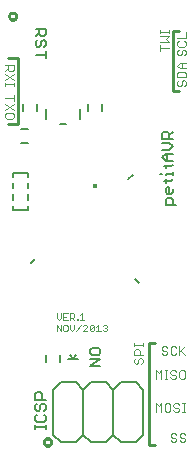
<source format=gto>
G75*
%MOIN*%
%OFA0B0*%
%FSLAX24Y24*%
%IPPOS*%
%LPD*%
%AMOC8*
5,1,8,0,0,1.08239X$1,22.5*
%
%ADD10C,0.0050*%
%ADD11C,0.0100*%
%ADD12C,0.0040*%
%ADD13C,0.0020*%
%ADD14C,0.0080*%
%ADD15C,0.0060*%
%ADD16C,0.0144*%
D10*
X003046Y001500D02*
X003046Y001617D01*
X003046Y001558D02*
X003396Y001558D01*
X003396Y001500D02*
X003396Y001617D01*
X003338Y001746D02*
X003396Y001804D01*
X003396Y001921D01*
X003338Y001979D01*
X003338Y002114D02*
X003396Y002172D01*
X003396Y002289D01*
X003338Y002347D01*
X003279Y002347D01*
X003221Y002289D01*
X003221Y002172D01*
X003163Y002114D01*
X003104Y002114D01*
X003046Y002172D01*
X003046Y002289D01*
X003104Y002347D01*
X003046Y002482D02*
X003046Y002657D01*
X003104Y002716D01*
X003221Y002716D01*
X003279Y002657D01*
X003279Y002482D01*
X003396Y002482D02*
X003046Y002482D01*
X003104Y001979D02*
X003046Y001921D01*
X003046Y001804D01*
X003104Y001746D01*
X003338Y001746D01*
X004878Y003594D02*
X005228Y003594D01*
X005228Y003828D02*
X004878Y003594D01*
X004878Y003828D02*
X005228Y003828D01*
X005170Y003962D02*
X005228Y004021D01*
X005228Y004138D01*
X005170Y004196D01*
X004937Y004196D01*
X004878Y004138D01*
X004878Y004021D01*
X004937Y003962D01*
X005170Y003962D01*
X002823Y008785D02*
X002311Y008785D01*
X002311Y008942D01*
X002311Y009139D02*
X002311Y009316D01*
X002311Y009517D02*
X002311Y009694D01*
X002311Y009887D02*
X002311Y010045D01*
X002823Y010045D01*
X002823Y009887D01*
X002823Y009694D02*
X002823Y009517D01*
X002823Y009316D02*
X002823Y009139D01*
X002823Y008942D02*
X002823Y008785D01*
X007227Y010009D02*
X007286Y010009D01*
X007402Y010009D02*
X007636Y010009D01*
X007636Y010067D02*
X007636Y009950D01*
X007636Y009822D02*
X007577Y009763D01*
X007344Y009763D01*
X007402Y009705D02*
X007402Y009822D01*
X007402Y009950D02*
X007402Y010009D01*
X007402Y010196D02*
X007402Y010313D01*
X007344Y010254D02*
X007577Y010254D01*
X007636Y010313D01*
X007636Y010441D02*
X007402Y010441D01*
X007286Y010558D01*
X007402Y010675D01*
X007636Y010675D01*
X007461Y010675D02*
X007461Y010441D01*
X007519Y010810D02*
X007286Y010810D01*
X007519Y010810D02*
X007636Y010926D01*
X007519Y011043D01*
X007286Y011043D01*
X007286Y011178D02*
X007286Y011353D01*
X007344Y011412D01*
X007461Y011412D01*
X007519Y011353D01*
X007519Y011178D01*
X007519Y011295D02*
X007636Y011412D01*
X007636Y011178D02*
X007286Y011178D01*
X007461Y009570D02*
X007402Y009512D01*
X007402Y009395D01*
X007461Y009336D01*
X007577Y009336D01*
X007636Y009395D01*
X007636Y009512D01*
X007519Y009570D02*
X007519Y009336D01*
X007461Y009202D02*
X007402Y009143D01*
X007402Y008968D01*
X007753Y008968D01*
X007636Y008968D02*
X007636Y009143D01*
X007577Y009202D01*
X007461Y009202D01*
X007461Y009570D02*
X007519Y009570D01*
X003417Y013860D02*
X003417Y014093D01*
X003417Y013977D02*
X003067Y013977D01*
X003125Y014228D02*
X003067Y014286D01*
X003067Y014403D01*
X003125Y014462D01*
X003242Y014403D02*
X003242Y014286D01*
X003184Y014228D01*
X003125Y014228D01*
X003242Y014403D02*
X003300Y014462D01*
X003359Y014462D01*
X003417Y014403D01*
X003417Y014286D01*
X003359Y014228D01*
X003359Y014596D02*
X003242Y014596D01*
X003184Y014655D01*
X003184Y014830D01*
X003184Y014713D02*
X003067Y014596D01*
X003067Y014830D02*
X003417Y014830D01*
X003417Y014655D01*
X003359Y014596D01*
D11*
X002480Y013850D02*
X002480Y011650D01*
X002150Y011650D01*
X002150Y013850D02*
X002480Y013850D01*
X002180Y015260D02*
X002182Y015281D01*
X002188Y015302D01*
X002197Y015322D01*
X002210Y015339D01*
X002225Y015354D01*
X002243Y015366D01*
X002263Y015374D01*
X002284Y015379D01*
X002305Y015380D01*
X002327Y015377D01*
X002347Y015370D01*
X002366Y015360D01*
X002383Y015347D01*
X002397Y015331D01*
X002408Y015312D01*
X002416Y015292D01*
X002420Y015271D01*
X002420Y015249D01*
X002416Y015228D01*
X002408Y015208D01*
X002397Y015189D01*
X002383Y015173D01*
X002366Y015160D01*
X002347Y015150D01*
X002327Y015143D01*
X002305Y015140D01*
X002284Y015141D01*
X002263Y015146D01*
X002243Y015154D01*
X002225Y015166D01*
X002210Y015181D01*
X002197Y015198D01*
X002188Y015218D01*
X002182Y015239D01*
X002180Y015260D01*
X007650Y014750D02*
X007650Y012750D01*
X007850Y012750D01*
X007850Y014750D02*
X007650Y014750D01*
X007050Y004350D02*
X006850Y004350D01*
X006850Y000950D01*
X007050Y000950D01*
X003341Y001066D02*
X003343Y001087D01*
X003349Y001108D01*
X003358Y001128D01*
X003371Y001145D01*
X003386Y001160D01*
X003404Y001172D01*
X003424Y001180D01*
X003445Y001185D01*
X003466Y001186D01*
X003488Y001183D01*
X003508Y001176D01*
X003527Y001166D01*
X003544Y001153D01*
X003558Y001137D01*
X003569Y001118D01*
X003577Y001098D01*
X003581Y001077D01*
X003581Y001055D01*
X003577Y001034D01*
X003569Y001014D01*
X003558Y000995D01*
X003544Y000979D01*
X003527Y000966D01*
X003508Y000956D01*
X003488Y000949D01*
X003466Y000946D01*
X003445Y000947D01*
X003424Y000952D01*
X003404Y000960D01*
X003386Y000972D01*
X003371Y000987D01*
X003358Y001004D01*
X003349Y001024D01*
X003343Y001045D01*
X003341Y001066D01*
D12*
X006350Y003717D02*
X006396Y003670D01*
X006443Y003670D01*
X006490Y003717D01*
X006490Y003810D01*
X006537Y003857D01*
X006583Y003857D01*
X006630Y003810D01*
X006630Y003717D01*
X006583Y003670D01*
X006350Y003717D02*
X006350Y003810D01*
X006396Y003857D01*
X006350Y003965D02*
X006350Y004105D01*
X006396Y004151D01*
X006490Y004151D01*
X006537Y004105D01*
X006537Y003965D01*
X006630Y003965D02*
X006350Y003965D01*
X006350Y004259D02*
X006350Y004353D01*
X006350Y004306D02*
X006630Y004306D01*
X006630Y004259D02*
X006630Y004353D01*
X007270Y004204D02*
X007270Y004157D01*
X007317Y004110D01*
X007410Y004110D01*
X007457Y004063D01*
X007457Y004017D01*
X007410Y003970D01*
X007317Y003970D01*
X007270Y004017D01*
X007270Y004204D02*
X007317Y004250D01*
X007410Y004250D01*
X007457Y004204D01*
X007565Y004204D02*
X007565Y004017D01*
X007611Y003970D01*
X007705Y003970D01*
X007751Y004017D01*
X007859Y004063D02*
X008046Y004250D01*
X007859Y004250D02*
X007859Y003970D01*
X007906Y004110D02*
X008046Y003970D01*
X007751Y004204D02*
X007705Y004250D01*
X007611Y004250D01*
X007565Y004204D01*
X007608Y003450D02*
X007561Y003404D01*
X007561Y003357D01*
X007608Y003310D01*
X007701Y003310D01*
X007748Y003263D01*
X007748Y003217D01*
X007701Y003170D01*
X007608Y003170D01*
X007561Y003217D01*
X007458Y003170D02*
X007365Y003170D01*
X007411Y003170D02*
X007411Y003450D01*
X007365Y003450D02*
X007458Y003450D01*
X007608Y003450D02*
X007701Y003450D01*
X007748Y003404D01*
X007856Y003404D02*
X007856Y003217D01*
X007902Y003170D01*
X007996Y003170D01*
X008043Y003217D01*
X008043Y003404D01*
X007996Y003450D01*
X007902Y003450D01*
X007856Y003404D01*
X007257Y003450D02*
X007257Y003170D01*
X007070Y003170D02*
X007070Y003450D01*
X007163Y003357D01*
X007257Y003450D01*
X007257Y002350D02*
X007257Y002070D01*
X007365Y002117D02*
X007411Y002070D01*
X007505Y002070D01*
X007551Y002117D01*
X007551Y002304D01*
X007505Y002350D01*
X007411Y002350D01*
X007365Y002304D01*
X007365Y002117D01*
X007163Y002257D02*
X007257Y002350D01*
X007163Y002257D02*
X007070Y002350D01*
X007070Y002070D01*
X007659Y002117D02*
X007706Y002070D01*
X007799Y002070D01*
X007846Y002117D01*
X007846Y002163D01*
X007799Y002210D01*
X007706Y002210D01*
X007659Y002257D01*
X007659Y002304D01*
X007706Y002350D01*
X007799Y002350D01*
X007846Y002304D01*
X007954Y002350D02*
X008047Y002350D01*
X008001Y002350D02*
X008001Y002070D01*
X008047Y002070D02*
X007954Y002070D01*
X007911Y001350D02*
X007865Y001304D01*
X007865Y001257D01*
X007911Y001210D01*
X008005Y001210D01*
X008051Y001163D01*
X008051Y001117D01*
X008005Y001070D01*
X007911Y001070D01*
X007865Y001117D01*
X007757Y001117D02*
X007757Y001163D01*
X007710Y001210D01*
X007617Y001210D01*
X007570Y001257D01*
X007570Y001304D01*
X007617Y001350D01*
X007710Y001350D01*
X007757Y001304D01*
X007911Y001350D02*
X008005Y001350D01*
X008051Y001304D01*
X007757Y001117D02*
X007710Y001070D01*
X007617Y001070D01*
X007570Y001117D01*
X002284Y011844D02*
X002097Y011844D01*
X002050Y011891D01*
X002050Y011984D01*
X002097Y012031D01*
X002284Y012031D01*
X002330Y011984D01*
X002330Y011891D01*
X002284Y011844D01*
X002330Y012139D02*
X002050Y012325D01*
X002050Y012527D02*
X002330Y012527D01*
X002330Y012620D02*
X002330Y012433D01*
X002330Y012325D02*
X002050Y012139D01*
X002050Y012937D02*
X002050Y013031D01*
X002050Y012984D02*
X002330Y012984D01*
X002330Y013031D02*
X002330Y012937D01*
X002330Y013139D02*
X002050Y013325D01*
X002050Y013433D02*
X002143Y013527D01*
X002143Y013480D02*
X002143Y013620D01*
X002050Y013620D02*
X002330Y013620D01*
X002330Y013480D01*
X002284Y013433D01*
X002190Y013433D01*
X002143Y013480D01*
X002330Y013325D02*
X002050Y013139D01*
X007220Y014104D02*
X007220Y014291D01*
X007220Y014198D02*
X007500Y014198D01*
X007500Y014399D02*
X007407Y014492D01*
X007500Y014586D01*
X007220Y014586D01*
X007220Y014694D02*
X007220Y014787D01*
X007220Y014740D02*
X007500Y014740D01*
X007500Y014694D02*
X007500Y014787D01*
X007790Y014539D02*
X008070Y014539D01*
X008070Y014726D01*
X008023Y014431D02*
X008070Y014385D01*
X008070Y014291D01*
X008023Y014245D01*
X007836Y014245D01*
X007790Y014291D01*
X007790Y014385D01*
X007836Y014431D01*
X007836Y014137D02*
X007790Y014090D01*
X007790Y013997D01*
X007836Y013950D01*
X007883Y013950D01*
X007930Y013997D01*
X007930Y014090D01*
X007977Y014137D01*
X008023Y014137D01*
X008070Y014090D01*
X008070Y013997D01*
X008023Y013950D01*
X008070Y013706D02*
X007883Y013706D01*
X007790Y013613D01*
X007883Y013519D01*
X008070Y013519D01*
X008023Y013411D02*
X007836Y013411D01*
X007790Y013365D01*
X007790Y013225D01*
X008070Y013225D01*
X008070Y013365D01*
X008023Y013411D01*
X007930Y013519D02*
X007930Y013706D01*
X007977Y013117D02*
X008023Y013117D01*
X008070Y013070D01*
X008070Y012977D01*
X008023Y012930D01*
X007930Y012977D02*
X007930Y013070D01*
X007977Y013117D01*
X007836Y013117D02*
X007790Y013070D01*
X007790Y012977D01*
X007836Y012930D01*
X007883Y012930D01*
X007930Y012977D01*
X007500Y014399D02*
X007220Y014399D01*
D13*
X004617Y005359D02*
X004544Y005286D01*
X004617Y005359D02*
X004617Y005139D01*
X004544Y005139D02*
X004691Y005139D01*
X004682Y004971D02*
X004646Y004934D01*
X004682Y004971D02*
X004756Y004971D01*
X004793Y004934D01*
X004793Y004898D01*
X004646Y004751D01*
X004793Y004751D01*
X004867Y004788D02*
X004867Y004934D01*
X004903Y004971D01*
X004977Y004971D01*
X005014Y004934D01*
X004867Y004788D01*
X004903Y004751D01*
X004977Y004751D01*
X005014Y004788D01*
X005014Y004934D01*
X005088Y004898D02*
X005161Y004971D01*
X005161Y004751D01*
X005088Y004751D02*
X005234Y004751D01*
X005309Y004788D02*
X005345Y004751D01*
X005419Y004751D01*
X005455Y004788D01*
X005455Y004824D01*
X005419Y004861D01*
X005382Y004861D01*
X005419Y004861D02*
X005455Y004898D01*
X005455Y004934D01*
X005419Y004971D01*
X005345Y004971D01*
X005309Y004934D01*
X004572Y004971D02*
X004425Y004751D01*
X004351Y004824D02*
X004351Y004971D01*
X004351Y004824D02*
X004277Y004751D01*
X004204Y004824D01*
X004204Y004971D01*
X004130Y004934D02*
X004093Y004971D01*
X004019Y004971D01*
X003983Y004934D01*
X003983Y004788D01*
X004019Y004751D01*
X004093Y004751D01*
X004130Y004788D01*
X004130Y004934D01*
X003909Y004971D02*
X003909Y004751D01*
X003762Y004971D01*
X003762Y004751D01*
X003844Y005139D02*
X003917Y005213D01*
X003917Y005359D01*
X003991Y005359D02*
X003991Y005139D01*
X004138Y005139D01*
X004212Y005139D02*
X004212Y005359D01*
X004322Y005359D01*
X004359Y005323D01*
X004359Y005249D01*
X004322Y005213D01*
X004212Y005213D01*
X004286Y005213D02*
X004359Y005139D01*
X004433Y005139D02*
X004470Y005139D01*
X004470Y005176D01*
X004433Y005176D01*
X004433Y005139D01*
X004138Y005359D02*
X003991Y005359D01*
X003991Y005249D02*
X004065Y005249D01*
X003844Y005139D02*
X003770Y005213D01*
X003770Y005359D01*
D14*
X004218Y003965D02*
X004310Y003843D01*
X004491Y003843D01*
X004396Y003965D02*
X004320Y003849D01*
X004310Y003843D02*
X004129Y003843D01*
X003900Y003050D02*
X004400Y003050D01*
X004650Y002800D01*
X004650Y001300D01*
X004900Y001050D01*
X005400Y001050D01*
X005650Y001300D01*
X005650Y002800D01*
X005900Y003050D01*
X006400Y003050D01*
X006650Y002800D01*
X006650Y001300D01*
X006400Y001050D01*
X005900Y001050D01*
X005650Y001300D01*
X004650Y001300D02*
X004400Y001050D01*
X003900Y001050D01*
X003650Y001300D01*
X003650Y002800D01*
X003900Y003050D01*
X004650Y002800D02*
X004900Y003050D01*
X005400Y003050D01*
X005650Y002800D01*
X004076Y011671D02*
X003864Y011671D01*
X003410Y011821D02*
X003410Y012159D01*
X004530Y012159D02*
X004530Y011821D01*
D15*
X004804Y012112D02*
X004804Y012348D01*
X005276Y012348D02*
X005276Y012112D01*
X006309Y009973D02*
X006160Y009825D01*
X006386Y006501D02*
X006528Y006360D01*
X003886Y003968D02*
X003886Y003732D01*
X003414Y003732D02*
X003414Y003968D01*
X002907Y007025D02*
X003049Y007166D01*
X002828Y011024D02*
X002592Y011024D01*
X002592Y011496D02*
X002828Y011496D01*
X002644Y012112D02*
X002644Y012348D01*
X003116Y012348D02*
X003116Y012112D01*
D16*
X005050Y009606D03*
M02*

</source>
